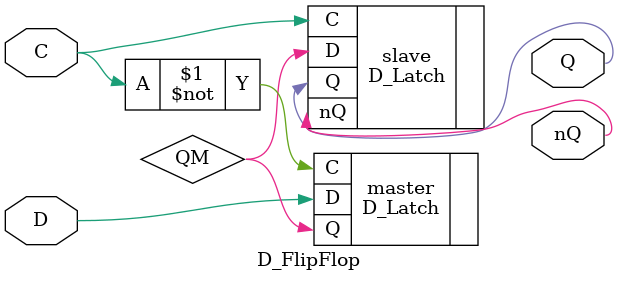
<source format=v>
module D_FlipFlop(
    input wire D, // Data
    input wire C, // Condition
    output wire Q,
    output wire nQ
);

wire QM;

D_Latch master(
    .D(D),
    .C(~C),
    .Q(QM)
);

D_Latch slave(
    .D(QM),
    .C(C),
    .Q(Q),
    .nQ(nQ)
);

endmodule
</source>
